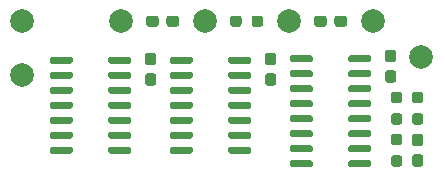
<source format=gbr>
%TF.GenerationSoftware,KiCad,Pcbnew,(5.1.7)-1*%
%TF.CreationDate,2021-03-23T20:34:08+01:00*%
%TF.ProjectId,sk-1_octave,736b2d31-5f6f-4637-9461-76652e6b6963,rev?*%
%TF.SameCoordinates,Original*%
%TF.FileFunction,Soldermask,Top*%
%TF.FilePolarity,Negative*%
%FSLAX46Y46*%
G04 Gerber Fmt 4.6, Leading zero omitted, Abs format (unit mm)*
G04 Created by KiCad (PCBNEW (5.1.7)-1) date 2021-03-23 20:34:08*
%MOMM*%
%LPD*%
G01*
G04 APERTURE LIST*
%ADD10C,2.000000*%
G04 APERTURE END LIST*
%TO.C,R4*%
G36*
G01*
X106442500Y-111931000D02*
X106917500Y-111931000D01*
G75*
G02*
X107155000Y-112168500I0J-237500D01*
G01*
X107155000Y-112668500D01*
G75*
G02*
X106917500Y-112906000I-237500J0D01*
G01*
X106442500Y-112906000D01*
G75*
G02*
X106205000Y-112668500I0J237500D01*
G01*
X106205000Y-112168500D01*
G75*
G02*
X106442500Y-111931000I237500J0D01*
G01*
G37*
G36*
G01*
X106442500Y-110106000D02*
X106917500Y-110106000D01*
G75*
G02*
X107155000Y-110343500I0J-237500D01*
G01*
X107155000Y-110843500D01*
G75*
G02*
X106917500Y-111081000I-237500J0D01*
G01*
X106442500Y-111081000D01*
G75*
G02*
X106205000Y-110843500I0J237500D01*
G01*
X106205000Y-110343500D01*
G75*
G02*
X106442500Y-110106000I237500J0D01*
G01*
G37*
%TD*%
%TO.C,R3*%
G36*
G01*
X106917500Y-107525000D02*
X106442500Y-107525000D01*
G75*
G02*
X106205000Y-107287500I0J237500D01*
G01*
X106205000Y-106787500D01*
G75*
G02*
X106442500Y-106550000I237500J0D01*
G01*
X106917500Y-106550000D01*
G75*
G02*
X107155000Y-106787500I0J-237500D01*
G01*
X107155000Y-107287500D01*
G75*
G02*
X106917500Y-107525000I-237500J0D01*
G01*
G37*
G36*
G01*
X106917500Y-109350000D02*
X106442500Y-109350000D01*
G75*
G02*
X106205000Y-109112500I0J237500D01*
G01*
X106205000Y-108612500D01*
G75*
G02*
X106442500Y-108375000I237500J0D01*
G01*
X106917500Y-108375000D01*
G75*
G02*
X107155000Y-108612500I0J-237500D01*
G01*
X107155000Y-109112500D01*
G75*
G02*
X106917500Y-109350000I-237500J0D01*
G01*
G37*
%TD*%
%TO.C,R2*%
G36*
G01*
X108220500Y-108375000D02*
X108695500Y-108375000D01*
G75*
G02*
X108933000Y-108612500I0J-237500D01*
G01*
X108933000Y-109112500D01*
G75*
G02*
X108695500Y-109350000I-237500J0D01*
G01*
X108220500Y-109350000D01*
G75*
G02*
X107983000Y-109112500I0J237500D01*
G01*
X107983000Y-108612500D01*
G75*
G02*
X108220500Y-108375000I237500J0D01*
G01*
G37*
G36*
G01*
X108220500Y-106550000D02*
X108695500Y-106550000D01*
G75*
G02*
X108933000Y-106787500I0J-237500D01*
G01*
X108933000Y-107287500D01*
G75*
G02*
X108695500Y-107525000I-237500J0D01*
G01*
X108220500Y-107525000D01*
G75*
G02*
X107983000Y-107287500I0J237500D01*
G01*
X107983000Y-106787500D01*
G75*
G02*
X108220500Y-106550000I237500J0D01*
G01*
G37*
%TD*%
%TO.C,C6*%
G36*
G01*
X101417000Y-100821500D02*
X101417000Y-100346500D01*
G75*
G02*
X101654500Y-100109000I237500J0D01*
G01*
X102254500Y-100109000D01*
G75*
G02*
X102492000Y-100346500I0J-237500D01*
G01*
X102492000Y-100821500D01*
G75*
G02*
X102254500Y-101059000I-237500J0D01*
G01*
X101654500Y-101059000D01*
G75*
G02*
X101417000Y-100821500I0J237500D01*
G01*
G37*
G36*
G01*
X99692000Y-100821500D02*
X99692000Y-100346500D01*
G75*
G02*
X99929500Y-100109000I237500J0D01*
G01*
X100529500Y-100109000D01*
G75*
G02*
X100767000Y-100346500I0J-237500D01*
G01*
X100767000Y-100821500D01*
G75*
G02*
X100529500Y-101059000I-237500J0D01*
G01*
X99929500Y-101059000D01*
G75*
G02*
X99692000Y-100821500I0J237500D01*
G01*
G37*
%TD*%
%TO.C,C5*%
G36*
G01*
X95774500Y-104973000D02*
X96249500Y-104973000D01*
G75*
G02*
X96487000Y-105210500I0J-237500D01*
G01*
X96487000Y-105810500D01*
G75*
G02*
X96249500Y-106048000I-237500J0D01*
G01*
X95774500Y-106048000D01*
G75*
G02*
X95537000Y-105810500I0J237500D01*
G01*
X95537000Y-105210500D01*
G75*
G02*
X95774500Y-104973000I237500J0D01*
G01*
G37*
G36*
G01*
X95774500Y-103248000D02*
X96249500Y-103248000D01*
G75*
G02*
X96487000Y-103485500I0J-237500D01*
G01*
X96487000Y-104085500D01*
G75*
G02*
X96249500Y-104323000I-237500J0D01*
G01*
X95774500Y-104323000D01*
G75*
G02*
X95537000Y-104085500I0J237500D01*
G01*
X95537000Y-103485500D01*
G75*
G02*
X95774500Y-103248000I237500J0D01*
G01*
G37*
%TD*%
%TO.C,U3*%
G36*
G01*
X102592000Y-103909000D02*
X102592000Y-103609000D01*
G75*
G02*
X102742000Y-103459000I150000J0D01*
G01*
X104392000Y-103459000D01*
G75*
G02*
X104542000Y-103609000I0J-150000D01*
G01*
X104542000Y-103909000D01*
G75*
G02*
X104392000Y-104059000I-150000J0D01*
G01*
X102742000Y-104059000D01*
G75*
G02*
X102592000Y-103909000I0J150000D01*
G01*
G37*
G36*
G01*
X102592000Y-105179000D02*
X102592000Y-104879000D01*
G75*
G02*
X102742000Y-104729000I150000J0D01*
G01*
X104392000Y-104729000D01*
G75*
G02*
X104542000Y-104879000I0J-150000D01*
G01*
X104542000Y-105179000D01*
G75*
G02*
X104392000Y-105329000I-150000J0D01*
G01*
X102742000Y-105329000D01*
G75*
G02*
X102592000Y-105179000I0J150000D01*
G01*
G37*
G36*
G01*
X102592000Y-106449000D02*
X102592000Y-106149000D01*
G75*
G02*
X102742000Y-105999000I150000J0D01*
G01*
X104392000Y-105999000D01*
G75*
G02*
X104542000Y-106149000I0J-150000D01*
G01*
X104542000Y-106449000D01*
G75*
G02*
X104392000Y-106599000I-150000J0D01*
G01*
X102742000Y-106599000D01*
G75*
G02*
X102592000Y-106449000I0J150000D01*
G01*
G37*
G36*
G01*
X102592000Y-107719000D02*
X102592000Y-107419000D01*
G75*
G02*
X102742000Y-107269000I150000J0D01*
G01*
X104392000Y-107269000D01*
G75*
G02*
X104542000Y-107419000I0J-150000D01*
G01*
X104542000Y-107719000D01*
G75*
G02*
X104392000Y-107869000I-150000J0D01*
G01*
X102742000Y-107869000D01*
G75*
G02*
X102592000Y-107719000I0J150000D01*
G01*
G37*
G36*
G01*
X102592000Y-108989000D02*
X102592000Y-108689000D01*
G75*
G02*
X102742000Y-108539000I150000J0D01*
G01*
X104392000Y-108539000D01*
G75*
G02*
X104542000Y-108689000I0J-150000D01*
G01*
X104542000Y-108989000D01*
G75*
G02*
X104392000Y-109139000I-150000J0D01*
G01*
X102742000Y-109139000D01*
G75*
G02*
X102592000Y-108989000I0J150000D01*
G01*
G37*
G36*
G01*
X102592000Y-110259000D02*
X102592000Y-109959000D01*
G75*
G02*
X102742000Y-109809000I150000J0D01*
G01*
X104392000Y-109809000D01*
G75*
G02*
X104542000Y-109959000I0J-150000D01*
G01*
X104542000Y-110259000D01*
G75*
G02*
X104392000Y-110409000I-150000J0D01*
G01*
X102742000Y-110409000D01*
G75*
G02*
X102592000Y-110259000I0J150000D01*
G01*
G37*
G36*
G01*
X102592000Y-111529000D02*
X102592000Y-111229000D01*
G75*
G02*
X102742000Y-111079000I150000J0D01*
G01*
X104392000Y-111079000D01*
G75*
G02*
X104542000Y-111229000I0J-150000D01*
G01*
X104542000Y-111529000D01*
G75*
G02*
X104392000Y-111679000I-150000J0D01*
G01*
X102742000Y-111679000D01*
G75*
G02*
X102592000Y-111529000I0J150000D01*
G01*
G37*
G36*
G01*
X102592000Y-112799000D02*
X102592000Y-112499000D01*
G75*
G02*
X102742000Y-112349000I150000J0D01*
G01*
X104392000Y-112349000D01*
G75*
G02*
X104542000Y-112499000I0J-150000D01*
G01*
X104542000Y-112799000D01*
G75*
G02*
X104392000Y-112949000I-150000J0D01*
G01*
X102742000Y-112949000D01*
G75*
G02*
X102592000Y-112799000I0J150000D01*
G01*
G37*
G36*
G01*
X97642000Y-112799000D02*
X97642000Y-112499000D01*
G75*
G02*
X97792000Y-112349000I150000J0D01*
G01*
X99442000Y-112349000D01*
G75*
G02*
X99592000Y-112499000I0J-150000D01*
G01*
X99592000Y-112799000D01*
G75*
G02*
X99442000Y-112949000I-150000J0D01*
G01*
X97792000Y-112949000D01*
G75*
G02*
X97642000Y-112799000I0J150000D01*
G01*
G37*
G36*
G01*
X97642000Y-111529000D02*
X97642000Y-111229000D01*
G75*
G02*
X97792000Y-111079000I150000J0D01*
G01*
X99442000Y-111079000D01*
G75*
G02*
X99592000Y-111229000I0J-150000D01*
G01*
X99592000Y-111529000D01*
G75*
G02*
X99442000Y-111679000I-150000J0D01*
G01*
X97792000Y-111679000D01*
G75*
G02*
X97642000Y-111529000I0J150000D01*
G01*
G37*
G36*
G01*
X97642000Y-110259000D02*
X97642000Y-109959000D01*
G75*
G02*
X97792000Y-109809000I150000J0D01*
G01*
X99442000Y-109809000D01*
G75*
G02*
X99592000Y-109959000I0J-150000D01*
G01*
X99592000Y-110259000D01*
G75*
G02*
X99442000Y-110409000I-150000J0D01*
G01*
X97792000Y-110409000D01*
G75*
G02*
X97642000Y-110259000I0J150000D01*
G01*
G37*
G36*
G01*
X97642000Y-108989000D02*
X97642000Y-108689000D01*
G75*
G02*
X97792000Y-108539000I150000J0D01*
G01*
X99442000Y-108539000D01*
G75*
G02*
X99592000Y-108689000I0J-150000D01*
G01*
X99592000Y-108989000D01*
G75*
G02*
X99442000Y-109139000I-150000J0D01*
G01*
X97792000Y-109139000D01*
G75*
G02*
X97642000Y-108989000I0J150000D01*
G01*
G37*
G36*
G01*
X97642000Y-107719000D02*
X97642000Y-107419000D01*
G75*
G02*
X97792000Y-107269000I150000J0D01*
G01*
X99442000Y-107269000D01*
G75*
G02*
X99592000Y-107419000I0J-150000D01*
G01*
X99592000Y-107719000D01*
G75*
G02*
X99442000Y-107869000I-150000J0D01*
G01*
X97792000Y-107869000D01*
G75*
G02*
X97642000Y-107719000I0J150000D01*
G01*
G37*
G36*
G01*
X97642000Y-106449000D02*
X97642000Y-106149000D01*
G75*
G02*
X97792000Y-105999000I150000J0D01*
G01*
X99442000Y-105999000D01*
G75*
G02*
X99592000Y-106149000I0J-150000D01*
G01*
X99592000Y-106449000D01*
G75*
G02*
X99442000Y-106599000I-150000J0D01*
G01*
X97792000Y-106599000D01*
G75*
G02*
X97642000Y-106449000I0J150000D01*
G01*
G37*
G36*
G01*
X97642000Y-105179000D02*
X97642000Y-104879000D01*
G75*
G02*
X97792000Y-104729000I150000J0D01*
G01*
X99442000Y-104729000D01*
G75*
G02*
X99592000Y-104879000I0J-150000D01*
G01*
X99592000Y-105179000D01*
G75*
G02*
X99442000Y-105329000I-150000J0D01*
G01*
X97792000Y-105329000D01*
G75*
G02*
X97642000Y-105179000I0J150000D01*
G01*
G37*
G36*
G01*
X97642000Y-103909000D02*
X97642000Y-103609000D01*
G75*
G02*
X97792000Y-103459000I150000J0D01*
G01*
X99442000Y-103459000D01*
G75*
G02*
X99592000Y-103609000I0J-150000D01*
G01*
X99592000Y-103909000D01*
G75*
G02*
X99442000Y-104059000I-150000J0D01*
G01*
X97792000Y-104059000D01*
G75*
G02*
X97642000Y-103909000I0J150000D01*
G01*
G37*
%TD*%
%TO.C,U2*%
G36*
G01*
X92432000Y-104036000D02*
X92432000Y-103736000D01*
G75*
G02*
X92582000Y-103586000I150000J0D01*
G01*
X94232000Y-103586000D01*
G75*
G02*
X94382000Y-103736000I0J-150000D01*
G01*
X94382000Y-104036000D01*
G75*
G02*
X94232000Y-104186000I-150000J0D01*
G01*
X92582000Y-104186000D01*
G75*
G02*
X92432000Y-104036000I0J150000D01*
G01*
G37*
G36*
G01*
X92432000Y-105306000D02*
X92432000Y-105006000D01*
G75*
G02*
X92582000Y-104856000I150000J0D01*
G01*
X94232000Y-104856000D01*
G75*
G02*
X94382000Y-105006000I0J-150000D01*
G01*
X94382000Y-105306000D01*
G75*
G02*
X94232000Y-105456000I-150000J0D01*
G01*
X92582000Y-105456000D01*
G75*
G02*
X92432000Y-105306000I0J150000D01*
G01*
G37*
G36*
G01*
X92432000Y-106576000D02*
X92432000Y-106276000D01*
G75*
G02*
X92582000Y-106126000I150000J0D01*
G01*
X94232000Y-106126000D01*
G75*
G02*
X94382000Y-106276000I0J-150000D01*
G01*
X94382000Y-106576000D01*
G75*
G02*
X94232000Y-106726000I-150000J0D01*
G01*
X92582000Y-106726000D01*
G75*
G02*
X92432000Y-106576000I0J150000D01*
G01*
G37*
G36*
G01*
X92432000Y-107846000D02*
X92432000Y-107546000D01*
G75*
G02*
X92582000Y-107396000I150000J0D01*
G01*
X94232000Y-107396000D01*
G75*
G02*
X94382000Y-107546000I0J-150000D01*
G01*
X94382000Y-107846000D01*
G75*
G02*
X94232000Y-107996000I-150000J0D01*
G01*
X92582000Y-107996000D01*
G75*
G02*
X92432000Y-107846000I0J150000D01*
G01*
G37*
G36*
G01*
X92432000Y-109116000D02*
X92432000Y-108816000D01*
G75*
G02*
X92582000Y-108666000I150000J0D01*
G01*
X94232000Y-108666000D01*
G75*
G02*
X94382000Y-108816000I0J-150000D01*
G01*
X94382000Y-109116000D01*
G75*
G02*
X94232000Y-109266000I-150000J0D01*
G01*
X92582000Y-109266000D01*
G75*
G02*
X92432000Y-109116000I0J150000D01*
G01*
G37*
G36*
G01*
X92432000Y-110386000D02*
X92432000Y-110086000D01*
G75*
G02*
X92582000Y-109936000I150000J0D01*
G01*
X94232000Y-109936000D01*
G75*
G02*
X94382000Y-110086000I0J-150000D01*
G01*
X94382000Y-110386000D01*
G75*
G02*
X94232000Y-110536000I-150000J0D01*
G01*
X92582000Y-110536000D01*
G75*
G02*
X92432000Y-110386000I0J150000D01*
G01*
G37*
G36*
G01*
X92432000Y-111656000D02*
X92432000Y-111356000D01*
G75*
G02*
X92582000Y-111206000I150000J0D01*
G01*
X94232000Y-111206000D01*
G75*
G02*
X94382000Y-111356000I0J-150000D01*
G01*
X94382000Y-111656000D01*
G75*
G02*
X94232000Y-111806000I-150000J0D01*
G01*
X92582000Y-111806000D01*
G75*
G02*
X92432000Y-111656000I0J150000D01*
G01*
G37*
G36*
G01*
X87482000Y-111656000D02*
X87482000Y-111356000D01*
G75*
G02*
X87632000Y-111206000I150000J0D01*
G01*
X89282000Y-111206000D01*
G75*
G02*
X89432000Y-111356000I0J-150000D01*
G01*
X89432000Y-111656000D01*
G75*
G02*
X89282000Y-111806000I-150000J0D01*
G01*
X87632000Y-111806000D01*
G75*
G02*
X87482000Y-111656000I0J150000D01*
G01*
G37*
G36*
G01*
X87482000Y-110386000D02*
X87482000Y-110086000D01*
G75*
G02*
X87632000Y-109936000I150000J0D01*
G01*
X89282000Y-109936000D01*
G75*
G02*
X89432000Y-110086000I0J-150000D01*
G01*
X89432000Y-110386000D01*
G75*
G02*
X89282000Y-110536000I-150000J0D01*
G01*
X87632000Y-110536000D01*
G75*
G02*
X87482000Y-110386000I0J150000D01*
G01*
G37*
G36*
G01*
X87482000Y-109116000D02*
X87482000Y-108816000D01*
G75*
G02*
X87632000Y-108666000I150000J0D01*
G01*
X89282000Y-108666000D01*
G75*
G02*
X89432000Y-108816000I0J-150000D01*
G01*
X89432000Y-109116000D01*
G75*
G02*
X89282000Y-109266000I-150000J0D01*
G01*
X87632000Y-109266000D01*
G75*
G02*
X87482000Y-109116000I0J150000D01*
G01*
G37*
G36*
G01*
X87482000Y-107846000D02*
X87482000Y-107546000D01*
G75*
G02*
X87632000Y-107396000I150000J0D01*
G01*
X89282000Y-107396000D01*
G75*
G02*
X89432000Y-107546000I0J-150000D01*
G01*
X89432000Y-107846000D01*
G75*
G02*
X89282000Y-107996000I-150000J0D01*
G01*
X87632000Y-107996000D01*
G75*
G02*
X87482000Y-107846000I0J150000D01*
G01*
G37*
G36*
G01*
X87482000Y-106576000D02*
X87482000Y-106276000D01*
G75*
G02*
X87632000Y-106126000I150000J0D01*
G01*
X89282000Y-106126000D01*
G75*
G02*
X89432000Y-106276000I0J-150000D01*
G01*
X89432000Y-106576000D01*
G75*
G02*
X89282000Y-106726000I-150000J0D01*
G01*
X87632000Y-106726000D01*
G75*
G02*
X87482000Y-106576000I0J150000D01*
G01*
G37*
G36*
G01*
X87482000Y-105306000D02*
X87482000Y-105006000D01*
G75*
G02*
X87632000Y-104856000I150000J0D01*
G01*
X89282000Y-104856000D01*
G75*
G02*
X89432000Y-105006000I0J-150000D01*
G01*
X89432000Y-105306000D01*
G75*
G02*
X89282000Y-105456000I-150000J0D01*
G01*
X87632000Y-105456000D01*
G75*
G02*
X87482000Y-105306000I0J150000D01*
G01*
G37*
G36*
G01*
X87482000Y-104036000D02*
X87482000Y-103736000D01*
G75*
G02*
X87632000Y-103586000I150000J0D01*
G01*
X89282000Y-103586000D01*
G75*
G02*
X89432000Y-103736000I0J-150000D01*
G01*
X89432000Y-104036000D01*
G75*
G02*
X89282000Y-104186000I-150000J0D01*
G01*
X87632000Y-104186000D01*
G75*
G02*
X87482000Y-104036000I0J150000D01*
G01*
G37*
%TD*%
%TO.C,U1*%
G36*
G01*
X82272000Y-104036000D02*
X82272000Y-103736000D01*
G75*
G02*
X82422000Y-103586000I150000J0D01*
G01*
X84072000Y-103586000D01*
G75*
G02*
X84222000Y-103736000I0J-150000D01*
G01*
X84222000Y-104036000D01*
G75*
G02*
X84072000Y-104186000I-150000J0D01*
G01*
X82422000Y-104186000D01*
G75*
G02*
X82272000Y-104036000I0J150000D01*
G01*
G37*
G36*
G01*
X82272000Y-105306000D02*
X82272000Y-105006000D01*
G75*
G02*
X82422000Y-104856000I150000J0D01*
G01*
X84072000Y-104856000D01*
G75*
G02*
X84222000Y-105006000I0J-150000D01*
G01*
X84222000Y-105306000D01*
G75*
G02*
X84072000Y-105456000I-150000J0D01*
G01*
X82422000Y-105456000D01*
G75*
G02*
X82272000Y-105306000I0J150000D01*
G01*
G37*
G36*
G01*
X82272000Y-106576000D02*
X82272000Y-106276000D01*
G75*
G02*
X82422000Y-106126000I150000J0D01*
G01*
X84072000Y-106126000D01*
G75*
G02*
X84222000Y-106276000I0J-150000D01*
G01*
X84222000Y-106576000D01*
G75*
G02*
X84072000Y-106726000I-150000J0D01*
G01*
X82422000Y-106726000D01*
G75*
G02*
X82272000Y-106576000I0J150000D01*
G01*
G37*
G36*
G01*
X82272000Y-107846000D02*
X82272000Y-107546000D01*
G75*
G02*
X82422000Y-107396000I150000J0D01*
G01*
X84072000Y-107396000D01*
G75*
G02*
X84222000Y-107546000I0J-150000D01*
G01*
X84222000Y-107846000D01*
G75*
G02*
X84072000Y-107996000I-150000J0D01*
G01*
X82422000Y-107996000D01*
G75*
G02*
X82272000Y-107846000I0J150000D01*
G01*
G37*
G36*
G01*
X82272000Y-109116000D02*
X82272000Y-108816000D01*
G75*
G02*
X82422000Y-108666000I150000J0D01*
G01*
X84072000Y-108666000D01*
G75*
G02*
X84222000Y-108816000I0J-150000D01*
G01*
X84222000Y-109116000D01*
G75*
G02*
X84072000Y-109266000I-150000J0D01*
G01*
X82422000Y-109266000D01*
G75*
G02*
X82272000Y-109116000I0J150000D01*
G01*
G37*
G36*
G01*
X82272000Y-110386000D02*
X82272000Y-110086000D01*
G75*
G02*
X82422000Y-109936000I150000J0D01*
G01*
X84072000Y-109936000D01*
G75*
G02*
X84222000Y-110086000I0J-150000D01*
G01*
X84222000Y-110386000D01*
G75*
G02*
X84072000Y-110536000I-150000J0D01*
G01*
X82422000Y-110536000D01*
G75*
G02*
X82272000Y-110386000I0J150000D01*
G01*
G37*
G36*
G01*
X82272000Y-111656000D02*
X82272000Y-111356000D01*
G75*
G02*
X82422000Y-111206000I150000J0D01*
G01*
X84072000Y-111206000D01*
G75*
G02*
X84222000Y-111356000I0J-150000D01*
G01*
X84222000Y-111656000D01*
G75*
G02*
X84072000Y-111806000I-150000J0D01*
G01*
X82422000Y-111806000D01*
G75*
G02*
X82272000Y-111656000I0J150000D01*
G01*
G37*
G36*
G01*
X77322000Y-111656000D02*
X77322000Y-111356000D01*
G75*
G02*
X77472000Y-111206000I150000J0D01*
G01*
X79122000Y-111206000D01*
G75*
G02*
X79272000Y-111356000I0J-150000D01*
G01*
X79272000Y-111656000D01*
G75*
G02*
X79122000Y-111806000I-150000J0D01*
G01*
X77472000Y-111806000D01*
G75*
G02*
X77322000Y-111656000I0J150000D01*
G01*
G37*
G36*
G01*
X77322000Y-110386000D02*
X77322000Y-110086000D01*
G75*
G02*
X77472000Y-109936000I150000J0D01*
G01*
X79122000Y-109936000D01*
G75*
G02*
X79272000Y-110086000I0J-150000D01*
G01*
X79272000Y-110386000D01*
G75*
G02*
X79122000Y-110536000I-150000J0D01*
G01*
X77472000Y-110536000D01*
G75*
G02*
X77322000Y-110386000I0J150000D01*
G01*
G37*
G36*
G01*
X77322000Y-109116000D02*
X77322000Y-108816000D01*
G75*
G02*
X77472000Y-108666000I150000J0D01*
G01*
X79122000Y-108666000D01*
G75*
G02*
X79272000Y-108816000I0J-150000D01*
G01*
X79272000Y-109116000D01*
G75*
G02*
X79122000Y-109266000I-150000J0D01*
G01*
X77472000Y-109266000D01*
G75*
G02*
X77322000Y-109116000I0J150000D01*
G01*
G37*
G36*
G01*
X77322000Y-107846000D02*
X77322000Y-107546000D01*
G75*
G02*
X77472000Y-107396000I150000J0D01*
G01*
X79122000Y-107396000D01*
G75*
G02*
X79272000Y-107546000I0J-150000D01*
G01*
X79272000Y-107846000D01*
G75*
G02*
X79122000Y-107996000I-150000J0D01*
G01*
X77472000Y-107996000D01*
G75*
G02*
X77322000Y-107846000I0J150000D01*
G01*
G37*
G36*
G01*
X77322000Y-106576000D02*
X77322000Y-106276000D01*
G75*
G02*
X77472000Y-106126000I150000J0D01*
G01*
X79122000Y-106126000D01*
G75*
G02*
X79272000Y-106276000I0J-150000D01*
G01*
X79272000Y-106576000D01*
G75*
G02*
X79122000Y-106726000I-150000J0D01*
G01*
X77472000Y-106726000D01*
G75*
G02*
X77322000Y-106576000I0J150000D01*
G01*
G37*
G36*
G01*
X77322000Y-105306000D02*
X77322000Y-105006000D01*
G75*
G02*
X77472000Y-104856000I150000J0D01*
G01*
X79122000Y-104856000D01*
G75*
G02*
X79272000Y-105006000I0J-150000D01*
G01*
X79272000Y-105306000D01*
G75*
G02*
X79122000Y-105456000I-150000J0D01*
G01*
X77472000Y-105456000D01*
G75*
G02*
X77322000Y-105306000I0J150000D01*
G01*
G37*
G36*
G01*
X77322000Y-104036000D02*
X77322000Y-103736000D01*
G75*
G02*
X77472000Y-103586000I150000J0D01*
G01*
X79122000Y-103586000D01*
G75*
G02*
X79272000Y-103736000I0J-150000D01*
G01*
X79272000Y-104036000D01*
G75*
G02*
X79122000Y-104186000I-150000J0D01*
G01*
X77472000Y-104186000D01*
G75*
G02*
X77322000Y-104036000I0J150000D01*
G01*
G37*
%TD*%
D10*
%TO.C,TP7*%
X83312000Y-100584000D03*
%TD*%
%TO.C,TP6*%
X90424000Y-100584000D03*
%TD*%
%TO.C,TP5*%
X104648000Y-100584000D03*
%TD*%
%TO.C,TP4*%
X97536000Y-100584000D03*
%TD*%
%TO.C,TP3*%
X75000000Y-105156000D03*
%TD*%
%TO.C,TP2*%
X75000000Y-100584000D03*
%TD*%
%TO.C,TP1*%
X108712000Y-103632000D03*
%TD*%
%TO.C,R1*%
G36*
G01*
X94405000Y-100821500D02*
X94405000Y-100346500D01*
G75*
G02*
X94642500Y-100109000I237500J0D01*
G01*
X95142500Y-100109000D01*
G75*
G02*
X95380000Y-100346500I0J-237500D01*
G01*
X95380000Y-100821500D01*
G75*
G02*
X95142500Y-101059000I-237500J0D01*
G01*
X94642500Y-101059000D01*
G75*
G02*
X94405000Y-100821500I0J237500D01*
G01*
G37*
G36*
G01*
X92580000Y-100821500D02*
X92580000Y-100346500D01*
G75*
G02*
X92817500Y-100109000I237500J0D01*
G01*
X93317500Y-100109000D01*
G75*
G02*
X93555000Y-100346500I0J-237500D01*
G01*
X93555000Y-100821500D01*
G75*
G02*
X93317500Y-101059000I-237500J0D01*
G01*
X92817500Y-101059000D01*
G75*
G02*
X92580000Y-100821500I0J237500D01*
G01*
G37*
%TD*%
%TO.C,C4*%
G36*
G01*
X105934500Y-104719000D02*
X106409500Y-104719000D01*
G75*
G02*
X106647000Y-104956500I0J-237500D01*
G01*
X106647000Y-105556500D01*
G75*
G02*
X106409500Y-105794000I-237500J0D01*
G01*
X105934500Y-105794000D01*
G75*
G02*
X105697000Y-105556500I0J237500D01*
G01*
X105697000Y-104956500D01*
G75*
G02*
X105934500Y-104719000I237500J0D01*
G01*
G37*
G36*
G01*
X105934500Y-102994000D02*
X106409500Y-102994000D01*
G75*
G02*
X106647000Y-103231500I0J-237500D01*
G01*
X106647000Y-103831500D01*
G75*
G02*
X106409500Y-104069000I-237500J0D01*
G01*
X105934500Y-104069000D01*
G75*
G02*
X105697000Y-103831500I0J237500D01*
G01*
X105697000Y-103231500D01*
G75*
G02*
X105934500Y-102994000I237500J0D01*
G01*
G37*
%TD*%
%TO.C,C3*%
G36*
G01*
X85614500Y-104973000D02*
X86089500Y-104973000D01*
G75*
G02*
X86327000Y-105210500I0J-237500D01*
G01*
X86327000Y-105810500D01*
G75*
G02*
X86089500Y-106048000I-237500J0D01*
G01*
X85614500Y-106048000D01*
G75*
G02*
X85377000Y-105810500I0J237500D01*
G01*
X85377000Y-105210500D01*
G75*
G02*
X85614500Y-104973000I237500J0D01*
G01*
G37*
G36*
G01*
X85614500Y-103248000D02*
X86089500Y-103248000D01*
G75*
G02*
X86327000Y-103485500I0J-237500D01*
G01*
X86327000Y-104085500D01*
G75*
G02*
X86089500Y-104323000I-237500J0D01*
G01*
X85614500Y-104323000D01*
G75*
G02*
X85377000Y-104085500I0J237500D01*
G01*
X85377000Y-103485500D01*
G75*
G02*
X85614500Y-103248000I237500J0D01*
G01*
G37*
%TD*%
%TO.C,C2*%
G36*
G01*
X86543000Y-100346500D02*
X86543000Y-100821500D01*
G75*
G02*
X86305500Y-101059000I-237500J0D01*
G01*
X85705500Y-101059000D01*
G75*
G02*
X85468000Y-100821500I0J237500D01*
G01*
X85468000Y-100346500D01*
G75*
G02*
X85705500Y-100109000I237500J0D01*
G01*
X86305500Y-100109000D01*
G75*
G02*
X86543000Y-100346500I0J-237500D01*
G01*
G37*
G36*
G01*
X88268000Y-100346500D02*
X88268000Y-100821500D01*
G75*
G02*
X88030500Y-101059000I-237500J0D01*
G01*
X87430500Y-101059000D01*
G75*
G02*
X87193000Y-100821500I0J237500D01*
G01*
X87193000Y-100346500D01*
G75*
G02*
X87430500Y-100109000I237500J0D01*
G01*
X88030500Y-100109000D01*
G75*
G02*
X88268000Y-100346500I0J-237500D01*
G01*
G37*
%TD*%
%TO.C,C1*%
G36*
G01*
X108220500Y-111831000D02*
X108695500Y-111831000D01*
G75*
G02*
X108933000Y-112068500I0J-237500D01*
G01*
X108933000Y-112668500D01*
G75*
G02*
X108695500Y-112906000I-237500J0D01*
G01*
X108220500Y-112906000D01*
G75*
G02*
X107983000Y-112668500I0J237500D01*
G01*
X107983000Y-112068500D01*
G75*
G02*
X108220500Y-111831000I237500J0D01*
G01*
G37*
G36*
G01*
X108220500Y-110106000D02*
X108695500Y-110106000D01*
G75*
G02*
X108933000Y-110343500I0J-237500D01*
G01*
X108933000Y-110943500D01*
G75*
G02*
X108695500Y-111181000I-237500J0D01*
G01*
X108220500Y-111181000D01*
G75*
G02*
X107983000Y-110943500I0J237500D01*
G01*
X107983000Y-110343500D01*
G75*
G02*
X108220500Y-110106000I237500J0D01*
G01*
G37*
%TD*%
M02*

</source>
